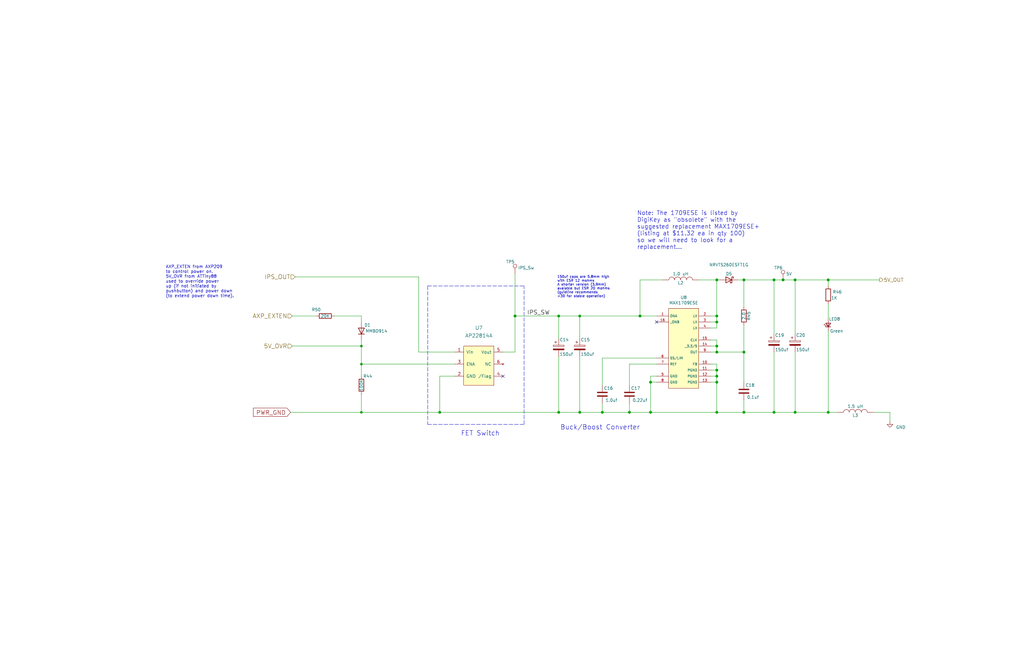
<source format=kicad_sch>
(kicad_sch (version 20211123) (generator eeschema)
  (paper "B")
  (title_block (title "ConnectBox CM4 for China Case") (date "2022-04-07") (rev "1.8.3") (comment 1 "JRA"))
  (lib_symbols
    (symbol "Connector:TestPoint" (pin_numbers hide) (pin_names (offset 0.762) hide)
      (property "Reference" "TP" (at 0 6.858 0))
      (property "Value" "TestPoint" (at 0 5.08 0))
      (symbol "TestPoint_0_1"
        (circle (center 0 3.302) (radius 0.762))
      )
      (symbol "TestPoint_1_1"
        (pin passive line (at 0 0 90) (length 2.54) (name "1") (number "1"))
      )
    )
    (symbol "Custom_1:AP22814A" (pin_names (offset 1.016))
      (property "Reference" "U7" (at 1.27 14.033 0))
      (property "Value" "AP22814A" (at 1.27 10.754 0))
      (symbol "AP22814A_0_1"
        (rectangle (start -5.08 6.35) (end 7.62 -10.16) (fill (type background)))
      )
      (symbol "AP22814A_1_1"
        (pin input line (at -8.89 3.81 0) (length 3.81) (name "Vin") (number "1"))
        (pin input line (at -8.89 -6.35 0) (length 3.81) (name "GND") (number "2"))
        (pin input line (at -8.89 -1.27 0) (length 3.81) (name "ENA") (number "3"))
        (pin output line (at 11.43 -6.35 180) (length 3.81) (name "/Flag") (number "4"))
        (pin power_out line (at 11.43 3.81 180) (length 3.81) (name "Vout") (number "5"))
        (pin no_connect line (at 11.43 -1.27 180) (length 3.81) (name "NC") (number "6"))
      )
    )
    (symbol "Custom_1:CP" (pin_numbers hide) (pin_names (offset 0.254))
      (property "Reference" "C20" (at 0.3811 3.3009 0))
      (property "Value" "CP" (at 0.3811 -2.8078 0))
      (symbol "CP_0_1"
        (rectangle (start -2.286 0.508) (end 2.286 1.016))
        (polyline (pts (xy -1.778 2.286) (xy -0.762 2.286)))
        (polyline (pts (xy -1.27 2.794) (xy -1.27 1.778)))
        (rectangle (start 2.286 -0.508) (end -2.286 -1.016) (fill (type outline)))
      )
      (symbol "CP_1_1"
        (pin passive line (at 0 3.81 270) (length 2.794) (name "~") (number "1"))
        (pin passive line (at 0 -3.81 90) (length 2.794) (name "~") (number "2"))
      )
    )
    (symbol "Custom_1:INDUCTOR-1" (pin_numbers hide) (pin_names (offset 1.016) hide)
      (property "Reference" "L3" (at 0 -1.27 90))
      (property "Value" "INDUCTOR-1" (at 0 2.54 90))
      (symbol "INDUCTOR-1_0_1"
        (arc (start 0.0254 -5.0546) (mid 1.245 -3.7973) (end 0.0254 -2.54))
        (arc (start 0.0254 -2.5146) (mid 1.2704 -1.2319) (end 0.0254 0.0508))
        (arc (start 0.0254 0.0254) (mid 1.2704 1.3081) (end 0.0254 2.5908))
        (arc (start 0.0254 2.5654) (mid 1.1942 3.7719) (end 0.0254 4.9784))
      )
      (symbol "INDUCTOR-1_1_1"
        (pin passive line (at 0 7.62 270) (length 2.54) (name "1") (number "1"))
        (pin passive line (at 0 -7.62 90) (length 2.54) (name "2") (number "2"))
      )
    )
    (symbol "Custom_1:MAX1709ESE"
      (property "Reference" "U" (at -2.54 17.78 0))
      (property "Value" "MAX1709ESE" (at 0 15.24 0))
      (symbol "MAX1709ESE_0_1"
        (rectangle (start -6.35 13.335) (end 6.35 -20.32) (stroke (width 0.1524)) (fill (type background)))
      )
      (symbol "MAX1709ESE_1_1"
        (pin input line (at -11.43 10.16 0) (length 5.08) (name "ONA") (number "1"))
        (pin input line (at 11.43 -10.16 180) (length 5.08) (name "FB") (number "10"))
        (pin input line (at 11.43 -12.7 180) (length 5.08) (name "PGND") (number "11"))
        (pin input line (at 11.43 -15.24 180) (length 5.08) (name "PGND") (number "12"))
        (pin input line (at 11.43 -17.78 180) (length 5.08) (name "PGND") (number "13"))
        (pin input line (at 11.43 -2.54 180) (length 5.08) (name "_3.3/5") (number "14"))
        (pin input line (at 11.43 0 180) (length 5.08) (name "CLK") (number "15"))
        (pin input line (at -11.43 7.62 0) (length 5.08) (name "_ONB") (number "16"))
        (pin input line (at 11.43 10.16 180) (length 5.08) (name "LX") (number "2"))
        (pin input line (at 11.43 7.62 180) (length 5.08) (name "LX") (number "3"))
        (pin input line (at 11.43 5.08 180) (length 5.08) (name "LX") (number "4"))
        (pin input line (at -11.43 -15.24 0) (length 5.08) (name "GND") (number "5"))
        (pin input line (at -11.43 -7.62 0) (length 5.08) (name "SS/LIM") (number "6"))
        (pin input line (at -11.43 -10.16 0) (length 5.08) (name "REF") (number "7"))
        (pin input line (at -11.43 -17.78 0) (length 5.08) (name "GND") (number "8"))
        (pin input line (at 11.43 -5.08 180) (length 5.08) (name "OUT") (number "9"))
      )
    )
    (symbol "Device:C" (pin_numbers hide) (pin_names (offset 0.254))
      (property "Reference" "C" (at 0.635 2.54 0))
      (property "Value" "C" (at 0.635 -2.54 0))
      (symbol "C_0_1"
        (polyline (pts (xy -2.032 -0.762) (xy 2.032 -0.762)) (stroke (width 0.508)))
        (polyline (pts (xy -2.032 0.762) (xy 2.032 0.762)) (stroke (width 0.508)))
      )
      (symbol "C_1_1"
        (pin passive line (at 0 3.81 270) (length 2.794) (name "~") (number "1"))
        (pin passive line (at 0 -3.81 90) (length 2.794) (name "~") (number "2"))
      )
    )
    (symbol "Device:D_Schottky" (pin_numbers hide) (pin_names (offset 1.016) hide)
      (property "Reference" "D" (at 0 2.54 0))
      (property "Value" "D_Schottky" (at 0 -2.54 0))
      (symbol "D_Schottky_0_1"
        (polyline (pts (xy 1.27 0) (xy -1.27 0)))
        (polyline (pts (xy 1.27 1.27) (xy 1.27 -1.27) (xy -1.27 0) (xy 1.27 1.27)) (stroke (width 0.254)))
        (polyline (pts (xy -1.905 0.635) (xy -1.905 1.27) (xy -1.27 1.27) (xy -1.27 -1.27) (xy -0.635 -1.27) (xy -0.635 -0.635)) (stroke (width 0.254)))
      )
      (symbol "D_Schottky_1_1"
        (pin passive line (at -3.81 0 0) (length 2.54) (name "K") (number "1"))
        (pin passive line (at 3.81 0 180) (length 2.54) (name "A") (number "2"))
      )
    )
    (symbol "Device:LED_Small" (pin_numbers hide) (pin_names (offset 0.254) hide)
      (property "Reference" "D" (at -1.27 3.175 0))
      (property "Value" "LED_Small" (at -4.445 -2.54 0))
      (symbol "LED_Small_0_1"
        (polyline (pts (xy -0.762 -1.016) (xy -0.762 1.016)) (stroke (width 0.254)))
        (polyline (pts (xy 1.016 0) (xy -0.762 0)))
        (polyline (pts (xy 0.762 -1.016) (xy -0.762 0) (xy 0.762 1.016) (xy 0.762 -1.016)) (stroke (width 0.254)))
        (polyline (pts (xy 0 0.762) (xy -0.508 1.27) (xy -0.254 1.27) (xy -0.508 1.27) (xy -0.508 1.016)))
        (polyline (pts (xy 0.508 1.27) (xy 0 1.778) (xy 0.254 1.778) (xy 0 1.778) (xy 0 1.524)))
      )
      (symbol "LED_Small_1_1"
        (pin passive line (at -2.54 0 0) (length 1.778) (name "K") (number "1"))
        (pin passive line (at 2.54 0 180) (length 1.778) (name "A") (number "2"))
      )
    )
    (symbol "Device:R" (pin_numbers hide) (pin_names (offset 0))
      (property "Reference" "R" (at 2.032 0 90))
      (property "Value" "R" (at 0 0 90))
      (symbol "R_0_1"
        (rectangle (start -1.016 -2.54) (end 1.016 2.54) (stroke (width 0.254)))
      )
      (symbol "R_1_1"
        (pin passive line (at 0 3.81 270) (length 1.27) (name "~") (number "1"))
        (pin passive line (at 0 -3.81 90) (length 1.27) (name "~") (number "2"))
      )
    )
    (symbol "Diode:1N914" (pin_numbers hide) (pin_names (offset 1.016) hide)
      (property "Reference" "D" (at 0 2.54 0))
      (property "Value" "1N914" (at 0 -2.54 0))
      (symbol "1N914_0_1"
        (polyline (pts (xy -1.27 1.27) (xy -1.27 -1.27)) (stroke (width 0.254)))
        (polyline (pts (xy 1.27 0) (xy -1.27 0)))
        (polyline (pts (xy 1.27 1.27) (xy 1.27 -1.27) (xy -1.27 0) (xy 1.27 1.27)) (stroke (width 0.254)))
      )
      (symbol "1N914_1_1"
        (pin passive line (at -3.81 0 0) (length 2.54) (name "K") (number "1"))
        (pin passive line (at 3.81 0 180) (length 2.54) (name "A") (number "2"))
      )
    )
    (symbol "power:GND" (power) (pin_names (offset 0))
      (property "Value" "GND" (at 0 -3.81 0))
      (symbol "GND_0_1"
        (polyline (pts (xy 0 0) (xy 0 -1.27) (xy 1.27 -1.27) (xy 0 -2.54) (xy -1.27 -1.27) (xy 0 -1.27)))
      )
      (symbol "GND_1_1"
        (pin power_in line (at 0 0 270) (length 0) hide (name "GND") (number "1"))
      )
    )
  )
  (junction (at 244.475 133.35) (diameter 1.016))
  (junction (at 302.26 133.35) (diameter 1.016))
  (junction (at 335.28 173.99) (diameter 1.016))
  (junction (at 313.69 118.11) (diameter 1.016))
  (junction (at 335.28 118.11) (diameter 1.016))
  (junction (at 349.25 173.99) (diameter 1.016))
  (junction (at 152.4 146.05))
  (junction (at 274.32 161.29) (diameter 1.016))
  (junction (at 302.26 148.59) (diameter 1.016))
  (junction (at 349.25 118.11) (diameter 1.016))
  (junction (at 313.69 173.99) (diameter 1.016))
  (junction (at 302.26 161.29) (diameter 1.016))
  (junction (at 269.875 133.35) (diameter 1.016))
  (junction (at 217.17 133.35) (diameter 1.016))
  (junction (at 152.4 173.99))
  (junction (at 302.26 173.99) (diameter 1.016))
  (junction (at 330.2 118.11) (diameter 1.016))
  (junction (at 235.585 133.35) (diameter 1.016))
  (junction (at 302.26 158.75) (diameter 1.016))
  (junction (at 302.26 135.89) (diameter 1.016))
  (junction (at 185.42 173.99) (diameter 1.016))
  (junction (at 235.585 173.99) (diameter 1.016))
  (junction (at 254 173.99) (diameter 1.016))
  (junction (at 244.475 173.99) (diameter 1.016))
  (junction (at 302.26 146.05) (diameter 1.016))
  (junction (at 265.43 173.99) (diameter 1.016))
  (junction (at 313.69 148.59) (diameter 1.016))
  (junction (at 152.4 153.67))
  (junction (at 326.39 173.99) (diameter 1.016))
  (junction (at 302.26 156.21) (diameter 1.016))
  (junction (at 326.39 118.11) (diameter 1.016))
  (junction (at 302.26 118.11) (diameter 1.016))
  (junction (at 274.32 173.99) (diameter 1.016))
  (no_connect (at 276.86 135.89))
  (no_connect (at 212.09 158.75))
  (wire (pts (xy 140.97 133.35) (xy 152.4 133.35)))
  (wire (pts (xy 235.585 173.99) (xy 244.475 173.99)))
  (wire (pts (xy 244.475 173.99) (xy 254 173.99)))
  (wire (pts (xy 254 173.99) (xy 265.43 173.99)))
  (wire (pts (xy 265.43 173.99) (xy 274.32 173.99)))
  (wire (pts (xy 274.32 173.99) (xy 302.26 173.99)))
  (wire (pts (xy 302.26 173.99) (xy 313.69 173.99)))
  (wire (pts (xy 313.69 173.99) (xy 326.39 173.99)))
  (wire (pts (xy 217.17 133.35) (xy 235.585 133.35)))
  (wire (pts (xy 235.585 133.35) (xy 244.475 133.35)))
  (wire (pts (xy 244.475 133.35) (xy 269.875 133.35)))
  (wire (pts (xy 269.875 133.35) (xy 276.86 133.35)))
  (wire (pts (xy 294.64 118.11) (xy 302.26 118.11)))
  (wire (pts (xy 302.26 118.11) (xy 303.53 118.11)))
  (wire (pts (xy 302.26 148.59) (xy 299.72 148.59)))
  (wire (pts (xy 313.69 137.16) (xy 313.69 148.59)))
  (wire (pts (xy 313.69 148.59) (xy 302.26 148.59)))
  (wire (pts (xy 302.26 118.11) (xy 302.26 133.35)))
  (wire (pts (xy 335.28 118.11) (xy 349.25 118.11)))
  (wire (pts (xy 274.32 158.75) (xy 274.32 161.29)))
  (wire (pts (xy 274.32 161.29) (xy 276.86 161.29)))
  (wire (pts (xy 276.86 158.75) (xy 274.32 158.75)))
  (wire (pts (xy 299.72 135.89) (xy 302.26 135.89)))
  (wire (pts (xy 299.72 138.43) (xy 302.26 138.43)))
  (wire (pts (xy 302.26 138.43) (xy 302.26 135.89)))
  (wire (pts (xy 349.25 173.99) (xy 335.28 173.99)))
  (wire (pts (xy 152.4 153.67) (xy 191.77 153.67)))
  (wire (pts (xy 212.09 148.59) (xy 217.17 148.59)))
  (polyline (pts (xy 220.98 179.07) (xy 220.98 120.65)) (stroke (width 0) (type dash)))
  (wire (pts (xy 185.42 158.75) (xy 185.42 173.99)))
  (wire (pts (xy 191.77 158.75) (xy 185.42 158.75)))
  (wire (pts (xy 335.28 118.11) (xy 335.28 140.97)))
  (wire (pts (xy 375.285 173.99) (xy 368.3 173.99)))
  (polyline (pts (xy 180.34 120.65) (xy 220.98 120.65)) (stroke (width 0) (type dash)))
  (wire (pts (xy 311.15 118.11) (xy 313.69 118.11)))
  (wire (pts (xy 313.69 118.11) (xy 326.39 118.11)))
  (wire (pts (xy 274.32 161.29) (xy 274.32 173.99)))
  (wire (pts (xy 330.2 118.11) (xy 335.28 118.11)))
  (wire (pts (xy 254 151.13) (xy 276.86 151.13)))
  (wire (pts (xy 254 162.56) (xy 254 151.13)))
  (wire (pts (xy 349.25 139.7) (xy 349.25 173.99)))
  (wire (pts (xy 349.25 128.27) (xy 349.25 134.62)))
  (wire (pts (xy 349.25 118.11) (xy 349.25 120.65)))
  (wire (pts (xy 326.39 118.11) (xy 326.39 140.97)))
  (wire (pts (xy 265.43 153.67) (xy 265.43 162.56)))
  (wire (pts (xy 276.86 153.67) (xy 265.43 153.67)))
  (wire (pts (xy 123.19 133.35) (xy 133.35 133.35)))
  (wire (pts (xy 313.69 118.11) (xy 313.69 129.54)))
  (wire (pts (xy 349.25 173.99) (xy 353.06 173.99)))
  (wire (pts (xy 313.69 168.91) (xy 313.69 173.99)))
  (wire (pts (xy 302.26 161.29) (xy 302.26 173.99)))
  (wire (pts (xy 217.17 115.57) (xy 217.17 133.35)))
  (wire (pts (xy 235.585 150.495) (xy 235.585 173.99)))
  (wire (pts (xy 124.46 116.84) (xy 176.53 116.84)))
  (wire (pts (xy 176.53 116.84) (xy 176.53 148.59)))
  (wire (pts (xy 244.475 133.35) (xy 244.475 142.875)))
  (wire (pts (xy 335.28 173.99) (xy 335.28 148.59)))
  (wire (pts (xy 375.285 173.99) (xy 375.285 177.8)))
  (wire (pts (xy 254 170.18) (xy 254 173.99)))
  (wire (pts (xy 349.25 118.11) (xy 370.84 118.11)))
  (wire (pts (xy 326.39 118.11) (xy 330.2 118.11)))
  (wire (pts (xy 235.585 133.35) (xy 235.585 142.875)))
  (wire (pts (xy 152.4 143.51) (xy 152.4 146.05)))
  (wire (pts (xy 326.39 173.99) (xy 326.39 148.59)))
  (wire (pts (xy 185.42 173.99) (xy 235.585 173.99)))
  (wire (pts (xy 123.19 146.05) (xy 152.4 146.05)))
  (wire (pts (xy 152.4 166.37) (xy 152.4 173.99)))
  (wire (pts (xy 176.53 148.59) (xy 191.77 148.59)))
  (wire (pts (xy 269.875 118.11) (xy 269.875 133.35)))
  (wire (pts (xy 279.4 118.11) (xy 269.875 118.11)))
  (wire (pts (xy 122.555 173.99) (xy 152.4 173.99)))
  (polyline (pts (xy 180.34 120.65) (xy 180.34 179.07)) (stroke (width 0) (type dash)))
  (wire (pts (xy 302.26 158.75) (xy 302.26 161.29)))
  (wire (pts (xy 302.26 161.29) (xy 299.72 161.29)))
  (wire (pts (xy 313.69 148.59) (xy 313.69 161.29)))
  (wire (pts (xy 299.72 143.51) (xy 302.26 143.51)))
  (wire (pts (xy 302.26 143.51) (xy 302.26 146.05)))
  (wire (pts (xy 302.26 146.05) (xy 302.26 148.59)))
  (wire (pts (xy 152.4 146.05) (xy 152.4 153.67)))
  (wire (pts (xy 244.475 150.495) (xy 244.475 173.99)))
  (wire (pts (xy 152.4 173.99) (xy 185.42 173.99)))
  (polyline (pts (xy 180.34 179.07) (xy 220.98 179.07)) (stroke (width 0) (type dash)))
  (wire (pts (xy 299.72 153.67) (xy 302.26 153.67)))
  (wire (pts (xy 302.26 153.67) (xy 302.26 156.21)))
  (wire (pts (xy 302.26 156.21) (xy 299.72 156.21)))
  (wire (pts (xy 299.72 146.05) (xy 302.26 146.05)))
  (wire (pts (xy 335.28 173.99) (xy 326.39 173.99)))
  (wire (pts (xy 217.17 133.35) (xy 217.17 148.59)))
  (wire (pts (xy 302.26 133.35) (xy 299.72 133.35)))
  (wire (pts (xy 302.26 135.89) (xy 302.26 133.35)))
  (wire (pts (xy 302.26 156.21) (xy 302.26 158.75)))
  (wire (pts (xy 302.26 158.75) (xy 299.72 158.75)))
  (wire (pts (xy 152.4 153.67) (xy 152.4 158.75)))
  (wire (pts (xy 152.4 135.89) (xy 152.4 133.35)))
  (wire (pts (xy 265.43 170.18) (xy 265.43 173.99)))
  (text "150uf caps are 5.8mm high\nwith ESR 12 mohms\nA shorter version (3.9mm)\navaiable but ESR 20 mohms\n(guidline recommends \n<30 for stable operation)" (at 234.95 125.73 0) (effects (font (size 1.016 1.016)) (justify left bottom)))
  (text "Buck/Boost Converter" (at 236.22 181.61 0) (effects (font (size 2.0066 2.0066)) (justify left bottom)))
  (text "AXP_EXTEN from AXP209 \nto control power on. \n5V_OVR from ATTiny88 \nused to override power\nup (if not initiated by\npushbutton) and power down\n(to extend power down time)." (at 69.85 125.73 0) (effects (font (size 1.27 1.27)) (justify left bottom)))
  (text "Note: The 1709ESE is listed by \nDigiKey as \"obsolete\" with the\nsuggested replacement MAX1709ESE+\n(listing at $11.32 ea in qty 100)\nso we will need to look for a \nreplacement..." (at 268.605 105.41 0) (effects (font (size 1.778 1.778)) (justify left bottom)))
  (text "FET Switch" (at 194.31 184.15 0) (effects (font (size 2.0066 2.0066)) (justify left bottom)))
  (label "IPS_SW" (at 222.25 133.35 0) (effects (font (size 1.778 1.778))))
  (global_label "PWR_GND" (shape input) (at 122.555 173.99 180) (effects (font (size 1.778 1.778))) (property "Intersheet References" "${INTERSHEET_REFS}" (effects hide)))
  (hierarchical_label "AXP_EXTEN" (shape input) (at 123.19 133.35 180) (effects (font (size 1.778 1.778))))
  (hierarchical_label "5V_OVR" (shape input) (at 123.19 146.05 180) (effects (font (size 1.778 1.778))))
  (hierarchical_label "IPS_OUT" (shape input) (at 124.46 116.84 180) (effects (font (size 1.778 1.778))))
  (hierarchical_label "5V_OUT" (shape output) (at 370.84 118.11 0) (effects (font (size 1.524 1.524))))
  (symbol (lib_id "Device:D_Schottky") (at 307.34 118.11 0) (mirror y) (unit 1)
    (property "Reference" "D5" (at 307.34 115.57 0))
    (property "Value" "NRVTS260ESFT1G" (at 307.34 111.76 0))
    (property "Footprint" "CustomComponents:SOD-123FL" (effects hide))
    (property "Manufacturer" "ON Semiconductor" (effects hide))
    (property "Manufacturer P/N" "NRVTS260ESFT1G" (effects hide))
    (property "Description" "DIODE SCHOTTKY 60V 2A SOD123FL" (effects hide))
    (property "DigiKey P/N" "NRVTS260ESFT1GOSCT-ND" (effects hide))
    (property "Type" "SMD" (effects hide))
  )
  (symbol (lib_id "Device:LED_Small") (at 349.25 137.16 90) (unit 1)
    (property "Reference" "LED8" (at 354.33 134.62 90) (effects (justify left)))
    (property "Value" "Green" (at 355.6 139.7 90) (effects (justify left)))
    (property "Footprint" "LED_SMD:LED_0603_1608Metric" (effects hide))
    (property "Datasheet" "~" (at 349.25 137.16 90))
    (property "Manufacturer" "Lite-On Inc." (effects hide))
    (property "Manufacturer P/N" "LTST-C191KFKT" (effects hide))
    (property "Description" "LED GREEN CLEAR 0603 SMD" (effects hide))
    (property "DigiKey P/N" "160-1446-1-ND" (effects hide))
    (property "Type" "SMD" (effects hide))
  )
  (symbol (lib_id "Device:R") (at 137.16 133.35 90) (unit 1)
    (property "Reference" "R50" (at 133.35 130.683 90))
    (property "Value" "20K" (at 137.16 133.35 90))
    (property "Footprint" "Resistor_SMD:R_0603_1608Metric" (effects hide))
    (property "Manufacturer" "Yageo" (effects hide))
    (property "Manufacturer P/N" "RC0603FR-0720KL" (effects hide))
    (property "Description" "RES SMD 20K OHM 1% 1/8W 0603" (effects hide))
    (property "DigiKey P/N" "311-20.0KHRCT-ND" (effects hide))
    (property "Type" "SMD" (effects hide))
  )
  (symbol (lib_id "power:GND") (at 375.285 177.8 0) (unit 1)
    (property "Reference" "#PWR011" (effects hide))
    (property "Value" "GND" (at 379.857 180.2892 0))
  )
  (symbol (lib_id "Connector:TestPoint") (at 217.17 115.57 0) (unit 1)
    (property "Reference" "TP5" (at 213.36 110.49 0) (effects (justify left)))
    (property "Value" "IPS_Sw" (at 218.44 113.03 0) (effects (justify left)))
    (property "Footprint" "TestPoint:TestPoint_THTPad_D1.5mm_Drill0.7mm" (effects hide))
  )
  (symbol (lib_id "Custom_1:CP") (at 244.475 146.685 0) (unit 1)
    (property "Reference" "C15" (at 244.8561 143.3841 0) (effects (justify left)))
    (property "Value" "150uf" (at 244.8561 149.4928 0) (effects (justify left)))
    (property "Footprint" "Capacitor_SMD:CP_Elec_5x3" (effects hide))
    (property "Manufacturer" "Nippon Chemi-Con" (effects hide))
    (property "Manufacturer P/N" "APXF6R3ARA151ME61G" (effects hide))
    (property "Description" "150uf, 6.3V Alum Polymer Cap" (effects hide))
    (property "DigiKey P/N" "565-4332-1-ND" (effects hide))
    (property "Type" "SMD" (effects hide))
  )
  (symbol (lib_id "Device:C") (at 313.69 165.1 0) (unit 1)
    (property "Reference" "C18" (at 314.325 162.56 0) (effects (justify left)))
    (property "Value" "0.1uf" (at 314.96 167.64 0) (effects (justify left)))
    (property "Footprint" "Capacitor_SMD:C_0603_1608Metric" (effects hide))
    (property "Manufacturer" "KEMET" (effects hide))
    (property "Manufacturer P/N" "C0603C104K9PAC7867" (effects hide))
    (property "Description" "CAP CER 0.1UF 6.3V X5R 0603" (effects hide))
    (property "DigiKey P/N" "399-17575-1-ND" (effects hide))
    (property "Type" "SMD" (effects hide))
  )
  (symbol (lib_id "Connector:TestPoint") (at 330.2 118.11 0) (unit 1)
    (property "Reference" "TP6" (at 326.39 113.03 0) (effects (justify left)))
    (property "Value" "5V" (at 331.47 115.57 0) (effects (justify left)))
    (property "Footprint" "TestPoint:TestPoint_THTPad_D1.5mm_Drill0.7mm" (effects hide))
  )
  (symbol (lib_id "Custom_1:MAX1709ESE") (at 288.29 143.51 0) (unit 1)
    (property "Reference" "U8" (at 288.29 125.5226 0))
    (property "Value" "MAX1709ESE" (at 288.29 127.8213 0))
    (property "Footprint" "Package_SO:SOP-16_3.9x9.9mm_P1.27mm" (effects hide))
    (property "Manufacturer" "Maxim" (effects hide))
    (property "Manufacturer P/N" "MAX1709ESE" (effects hide))
    (property "Description" "STEP-UP DC-DC CONVERTER" (effects hide))
    (property "DigiKey P/N" "[none - from AliExpress]" (effects hide))
    (property "Type" "SMD" (effects hide))
  )
  (symbol (lib_id "Device:R") (at 152.4 162.56 0) (unit 1)
    (property "Reference" "R44" (at 155.067 158.75 0))
    (property "Value" "100K" (at 152.4 162.56 90))
    (property "Footprint" "Resistor_SMD:R_0603_1608Metric" (effects hide))
    (property "Manufacturer" "Yageo" (effects hide))
    (property "Manufacturer P/N" "RC0603FR-07100KL" (effects hide))
    (property "Description" "RES SMD 100K OHM 1% 1/8W 0603" (effects hide))
    (property "DigiKey P/N" "311-100KHRCT-ND" (effects hide))
    (property "Type" "SMD" (effects hide))
  )
  (symbol (lib_id "Device:C") (at 254 166.37 0) (unit 1)
    (property "Reference" "C16" (at 254.635 163.83 0) (effects (justify left)))
    (property "Value" "1.0uf" (at 255.27 168.91 0) (effects (justify left)))
    (property "Footprint" "Capacitor_SMD:C_0603_1608Metric" (effects hide))
    (property "Manufacturer" "KEMET" (effects hide))
    (property "Manufacturer P/N" "C0603C105K9PACTU" (effects hide))
    (property "Description" "CAP CER 1UF 6.3V X5R 0603" (effects hide))
    (property "DigiKey P/N" "399-7848-1-ND" (effects hide))
    (property "Type" "SMD" (effects hide))
  )
  (symbol (lib_id "Device:C") (at 265.43 166.37 0) (unit 1)
    (property "Reference" "C17" (at 266.065 163.83 0) (effects (justify left)))
    (property "Value" "0.22uf" (at 266.7 168.91 0) (effects (justify left)))
    (property "Footprint" "Capacitor_SMD:C_0603_1608Metric" (effects hide))
    (property "Manufacturer" "KEMET" (effects hide))
    (property "Manufacturer P/N" "C0603C224K9PAC7867" (effects hide))
    (property "Description" "CAP CER 0.22UF 6.3V X5R 0603" (effects hide))
    (property "DigiKey P/N" "399-14969-1-ND " (effects hide))
    (property "Type" "SMD" (effects hide))
  )
  (symbol (lib_id "Custom_1:CP") (at 335.28 144.78 0) (unit 1)
    (property "Reference" "C20" (at 335.6611 141.4791 0) (effects (justify left)))
    (property "Value" "150uf" (at 335.6611 147.5878 0) (effects (justify left)))
    (property "Footprint" "Capacitor_SMD:CP_Elec_5x3" (effects hide))
    (property "Manufacturer" "Nippon Chemi-Con" (effects hide))
    (property "Manufacturer P/N" "APXF6R3ARA151ME61G" (effects hide))
    (property "Description" "150uf, 6.3V Alum Polymer Cap" (effects hide))
    (property "DigiKey P/N" "565-4332-1-ND" (effects hide))
    (property "Type" "SMD" (effects hide))
  )
  (symbol (lib_id "Diode:1N914") (at 152.4 139.7 90) (unit 1)
    (property "Reference" "D1" (at 154.94 137.16 90))
    (property "Value" "MMBD914" (at 158.75 139.7 90))
    (property "Footprint" "Diode_SMD:D_SOT-23_ANK" (effects hide))
    (property "Datasheet" "http://www.vishay.com/docs/85622/1n914.pdf" (effects hide))
    (property "Manufacturer" "ON Semiconductor" (effects hide))
    (property "Manufacturer P/N" "MMBD914LT1G" (effects hide))
    (property "Description" "DIODE GEN PURP 100V 200MA SOT23" (effects hide))
    (property "DigiKey P/N" "MMBD914LT1GOSCT-ND" (effects hide))
    (property "Type" "SMD" (effects hide))
  )
  (symbol (lib_id "Custom_1:AP22814A") (at 200.66 152.4 0) (unit 1)
    (property "Reference" "U7" (at 201.93 138.367 0) (effects (font (size 1.524 1.524))))
    (property "Value" "AP22814A" (at 201.93 141.646 0) (effects (font (size 1.524 1.524))))
    (property "Footprint" "CustomComponents:U-DFN2020-6" (effects hide))
    (property "Datasheet" "https://www.diodes.com/assets/Datasheets/AP22804_14.pdf" (effects hide))
    (property "Manufacturer" "Diodes Incorporated" (effects hide))
    (property "Manufacturer P/N" "AP22814ASN-7" (effects hide))
    (property "Description" "IC PWR SWITCH P-CHAN 1:1 6UDFN" (effects hide))
    (property "DigiKey P/N" "AP22814ASN-7DICT-ND" (effects hide))
    (property "Type" "SMD" (effects hide))
  )
  (symbol (lib_id "Device:R") (at 313.69 133.35 0) (unit 1)
    (property "Reference" "R45" (at 315.722 133.35 90))
    (property "Value" "2.0" (at 313.69 133.35 90))
    (property "Footprint" "Resistor_SMD:R_0603_1608Metric" (effects hide))
    (property "Manufacturer" "Yageo" (effects hide))
    (property "Manufacturer P/N" "RC0603FR-072RL" (effects hide))
    (property "Description" "RES SMD 2.0 OHM 1% 1/8W 603" (effects hide))
    (property "DigiKey P/N" "311-2.00HRCT-ND" (effects hide))
    (property "Type" "SMD" (effects hide))
  )
  (symbol (lib_id "Custom_1:CP") (at 235.585 146.685 0) (unit 1)
    (property "Reference" "C14" (at 235.9661 143.3841 0) (effects (justify left)))
    (property "Value" "150uf" (at 235.9661 149.4928 0) (effects (justify left)))
    (property "Footprint" "Capacitor_SMD:CP_Elec_5x3" (effects hide))
    (property "Manufacturer" "Nippon Chemi-Con" (effects hide))
    (property "Manufacturer P/N" "APXF6R3ARA151ME61G" (effects hide))
    (property "Description" "150uf, 6.3V Alum Polymer Cap" (effects hide))
    (property "DigiKey P/N" "565-4332-1-ND" (effects hide))
    (property "Type" "SMD" (effects hide))
  )
  (symbol (lib_id "Custom_1:INDUCTOR-1") (at 360.68 173.99 90) (unit 1)
    (property "Reference" "L3" (at 360.68 175.26 90))
    (property "Value" "1.5 uH" (at 360.68 171.45 90))
    (property "Footprint" "Inductor_SMD:L_Taiyo-Yuden_NR-50xx" (effects hide))
    (property "Manufacturer" "Taiyo Yuden" (effects hide))
    (property "Manufacturer P/N" "NRS5020T1R5NMGJ" (effects hide))
    (property "Description" "FIXED IND 1.5UH 3A 31.2MOHM SMD" (effects hide))
    (property "DigiKey P/N" "587-2404-1-ND" (effects hide))
    (property "Type" "SMD" (effects hide))
  )
  (symbol (lib_id "Device:R") (at 349.25 124.46 0) (unit 1)
    (property "Reference" "R46" (at 353.06 123.19 0))
    (property "Value" "1K" (at 351.79 125.73 0))
    (property "Footprint" "Resistor_SMD:R_0603_1608Metric" (effects hide))
    (property "Manufacturer" "Yageo" (effects hide))
    (property "Manufacturer P/N" "RC0603FR-071KL" (effects hide))
    (property "Description" "RES SMD 1K OHM 1% 1/8W 0603" (effects hide))
    (property "DigiKey P/N" "311-1.00KHRCT-ND" (effects hide))
    (property "Type" "SMD" (effects hide))
  )
  (symbol (lib_id "Custom_1:CP") (at 326.39 144.78 0) (unit 1)
    (property "Reference" "C19" (at 326.7711 141.4791 0) (effects (justify left)))
    (property "Value" "150uf" (at 326.7711 147.5878 0) (effects (justify left)))
    (property "Footprint" "Capacitor_SMD:CP_Elec_5x3" (effects hide))
    (property "Manufacturer" "Nippon Chemi-Con" (effects hide))
    (property "Manufacturer P/N" "APXF6R3ARA151ME61G" (effects hide))
    (property "Description" "150uf, 6.3V Alum Polymer Cap" (effects hide))
    (property "DigiKey P/N" "565-4332-1-ND" (effects hide))
    (property "Type" "SMD" (effects hide))
  )
  (symbol (lib_id "Custom_1:INDUCTOR-1") (at 287.02 118.11 90) (unit 1)
    (property "Reference" "L2" (at 287.02 119.38 90))
    (property "Value" "1.0 uH" (at 287.02 115.57 90))
    (property "Footprint" "Inductor_SMD:L_Taiyo-Yuden_NR-50xx" (effects hide))
    (property "Manufacturer" "Taiyo Yuden" (effects hide))
    (property "Manufacturer P/N" "NRS5020T1R5NMGJ" (effects hide))
    (property "Description" "FIXED IND 1.5UH 3A 31.2MOHM SMD" (effects hide))
    (property "DigiKey P/N" "587-2404-1-ND" (effects hide))
    (property "Type" "SMD" (effects hide))
  )
)
</source>
